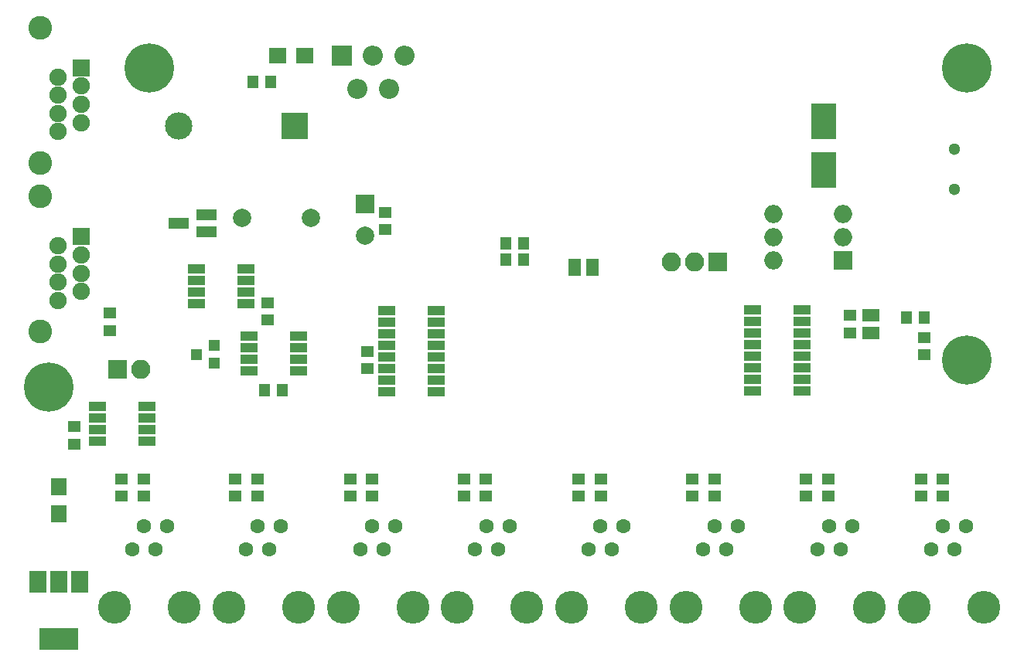
<source format=gbr>
G04 #@! TF.FileFunction,Soldermask,Bot*
%FSLAX46Y46*%
G04 Gerber Fmt 4.6, Leading zero omitted, Abs format (unit mm)*
G04 Created by KiCad (PCBNEW 4.0.7) date Wed Jul  4 11:14:09 2018*
%MOMM*%
%LPD*%
G01*
G04 APERTURE LIST*
%ADD10C,0.100000*%
%ADD11C,1.600000*%
%ADD12C,3.600000*%
%ADD13C,5.400000*%
%ADD14R,1.935000X1.800000*%
%ADD15R,1.800000X1.935000*%
%ADD16R,2.000000X2.000000*%
%ADD17C,2.000000*%
%ADD18R,1.400000X1.245000*%
%ADD19R,1.245000X1.400000*%
%ADD20R,3.000000X3.000000*%
%ADD21O,3.000000X3.000000*%
%ADD22R,1.300000X1.200000*%
%ADD23R,2.700000X3.900000*%
%ADD24R,1.370000X1.900000*%
%ADD25R,1.900000X1.370000*%
%ADD26R,2.100000X2.100000*%
%ADD27O,2.100000X2.100000*%
%ADD28C,1.300000*%
%ADD29R,2.300000X1.200000*%
%ADD30R,4.200000X2.400000*%
%ADD31R,1.900000X2.400000*%
%ADD32R,1.950000X1.000000*%
%ADD33R,1.900000X1.000000*%
%ADD34R,2.200000X2.200000*%
%ADD35O,2.200000X2.200000*%
%ADD36C,2.600000*%
%ADD37R,1.900000X1.900000*%
%ADD38C,1.900000*%
%ADD39O,2.000000X2.000000*%
G04 APERTURE END LIST*
D10*
D11*
X87595000Y-125800000D03*
X88865000Y-123260000D03*
X90135000Y-125800000D03*
X91405000Y-123260000D03*
D12*
X85690000Y-132150000D03*
X93310000Y-132150000D03*
D11*
X75095000Y-125800000D03*
X76365000Y-123260000D03*
X77635000Y-125800000D03*
X78905000Y-123260000D03*
D12*
X73190000Y-132150000D03*
X80810000Y-132150000D03*
D11*
X37595000Y-125800000D03*
X38865000Y-123260000D03*
X40135000Y-125800000D03*
X41405000Y-123260000D03*
D12*
X35690000Y-132150000D03*
X43310000Y-132150000D03*
D11*
X50095000Y-125800000D03*
X51365000Y-123260000D03*
X52635000Y-125800000D03*
X53905000Y-123260000D03*
D12*
X48190000Y-132150000D03*
X55810000Y-132150000D03*
D11*
X62595000Y-125800000D03*
X63865000Y-123260000D03*
X65135000Y-125800000D03*
X66405000Y-123260000D03*
D12*
X60690000Y-132150000D03*
X68310000Y-132150000D03*
D11*
X100095000Y-125800000D03*
X101365000Y-123260000D03*
X102635000Y-125800000D03*
X103905000Y-123260000D03*
D12*
X98190000Y-132150000D03*
X105810000Y-132150000D03*
D11*
X112595000Y-125800000D03*
X113865000Y-123260000D03*
X115135000Y-125800000D03*
X116405000Y-123260000D03*
D12*
X110690000Y-132150000D03*
X118310000Y-132150000D03*
D11*
X125095000Y-125800000D03*
X126365000Y-123260000D03*
X127635000Y-125800000D03*
X128905000Y-123260000D03*
D12*
X123190000Y-132150000D03*
X130810000Y-132150000D03*
D13*
X28500000Y-108000000D03*
X129000000Y-73000000D03*
X129000000Y-105000000D03*
D14*
X56458500Y-71628000D03*
X53523500Y-71628000D03*
D15*
X29591000Y-121863500D03*
X29591000Y-118928500D03*
D16*
X63119000Y-87884000D03*
D17*
X63119000Y-91384000D03*
D18*
X31242000Y-114246500D03*
X31242000Y-112321500D03*
X65278000Y-88826500D03*
X65278000Y-90751500D03*
D19*
X80464500Y-92202000D03*
X78539500Y-92202000D03*
X52778500Y-74549000D03*
X50853500Y-74549000D03*
D20*
X55372000Y-79375000D03*
D21*
X42672000Y-79375000D03*
D22*
X46593000Y-103444000D03*
X46593000Y-105344000D03*
X44593000Y-104394000D03*
D23*
X113284000Y-78834000D03*
X113284000Y-84234000D03*
D24*
X86040000Y-94869000D03*
X87950000Y-94869000D03*
D25*
X118491000Y-100137000D03*
X118491000Y-102047000D03*
D26*
X36000000Y-106000000D03*
D27*
X38540000Y-106000000D03*
D17*
X57150000Y-89408000D03*
X49650000Y-89408000D03*
D26*
X101727000Y-94234000D03*
D27*
X99187000Y-94234000D03*
X96647000Y-94234000D03*
D28*
X127639000Y-86274000D03*
X127639000Y-81874000D03*
D29*
X45696000Y-89093000D03*
X45696000Y-90993000D03*
X42696000Y-90043000D03*
D18*
X124333000Y-104467500D03*
X124333000Y-102542500D03*
D19*
X124279500Y-100330000D03*
X122354500Y-100330000D03*
X52123500Y-108331000D03*
X54048500Y-108331000D03*
D18*
X35179000Y-99875500D03*
X35179000Y-101800500D03*
X36449000Y-119961500D03*
X36449000Y-118036500D03*
X38862000Y-119961500D03*
X38862000Y-118036500D03*
X48895000Y-119961500D03*
X48895000Y-118036500D03*
X51308000Y-119961500D03*
X51308000Y-118036500D03*
X61468000Y-119961500D03*
X61468000Y-118036500D03*
X63881000Y-119961500D03*
X63881000Y-118036500D03*
X73914000Y-119961500D03*
X73914000Y-118036500D03*
X76327000Y-119961500D03*
X76327000Y-118036500D03*
X86487000Y-119961500D03*
X86487000Y-118036500D03*
X88900000Y-119961500D03*
X88900000Y-118036500D03*
X98933000Y-119961500D03*
X98933000Y-118036500D03*
X101346000Y-119961500D03*
X101346000Y-118036500D03*
X111379000Y-119961500D03*
X111379000Y-118036500D03*
X113792000Y-119961500D03*
X113792000Y-118036500D03*
X123952000Y-119961500D03*
X123952000Y-118036500D03*
X126365000Y-119961500D03*
X126365000Y-118036500D03*
X52451000Y-98732500D03*
X52451000Y-100657500D03*
X63373000Y-105991500D03*
X63373000Y-104066500D03*
X116205000Y-102054500D03*
X116205000Y-100129500D03*
D19*
X80464500Y-93980000D03*
X78539500Y-93980000D03*
D30*
X29591000Y-135611000D03*
D31*
X29591000Y-129311000D03*
X31891000Y-129311000D03*
X27291000Y-129311000D03*
D32*
X55786000Y-102362000D03*
X55786000Y-103632000D03*
X55786000Y-104902000D03*
X55786000Y-106172000D03*
X50386000Y-106172000D03*
X50386000Y-104902000D03*
X50386000Y-103632000D03*
X50386000Y-102362000D03*
D33*
X65499000Y-108458000D03*
X65499000Y-107188000D03*
X65499000Y-105918000D03*
X65499000Y-104648000D03*
X65499000Y-103378000D03*
X65499000Y-102108000D03*
X65499000Y-100838000D03*
X65499000Y-99568000D03*
X70899000Y-99568000D03*
X70899000Y-100838000D03*
X70899000Y-102108000D03*
X70899000Y-103378000D03*
X70899000Y-104648000D03*
X70899000Y-105918000D03*
X70899000Y-107188000D03*
X70899000Y-108458000D03*
X110950000Y-99555000D03*
X110950000Y-100825000D03*
X110950000Y-102095000D03*
X110950000Y-103365000D03*
X110950000Y-104635000D03*
X110950000Y-105905000D03*
X110950000Y-107175000D03*
X110950000Y-108445000D03*
X105550000Y-108445000D03*
X105550000Y-107175000D03*
X105550000Y-105905000D03*
X105550000Y-104635000D03*
X105550000Y-103365000D03*
X105550000Y-102095000D03*
X105550000Y-100825000D03*
X105550000Y-99555000D03*
D32*
X33800000Y-113905000D03*
X33800000Y-112635000D03*
X33800000Y-111365000D03*
X33800000Y-110095000D03*
X39200000Y-110095000D03*
X39200000Y-111365000D03*
X39200000Y-112635000D03*
X39200000Y-113905000D03*
X44671000Y-98806000D03*
X44671000Y-97536000D03*
X44671000Y-96266000D03*
X44671000Y-94996000D03*
X50071000Y-94996000D03*
X50071000Y-96266000D03*
X50071000Y-97536000D03*
X50071000Y-98806000D03*
D34*
X60579000Y-71628000D03*
D35*
X62279000Y-75328000D03*
X63979000Y-71628000D03*
X65679000Y-75328000D03*
X67379000Y-71628000D03*
D36*
X27500000Y-83400000D03*
X27500000Y-68600000D03*
D37*
X32000000Y-73000000D03*
D38*
X29500000Y-74000000D03*
X32000000Y-75000000D03*
X29500000Y-76000000D03*
X32000000Y-77000000D03*
X29500000Y-78000000D03*
X32000000Y-79000000D03*
X29500000Y-80000000D03*
D36*
X27500000Y-101900000D03*
X27500000Y-87100000D03*
D37*
X32000000Y-91500000D03*
D38*
X29500000Y-92500000D03*
X32000000Y-93500000D03*
X29500000Y-94500000D03*
X32000000Y-95500000D03*
X29500000Y-96500000D03*
X32000000Y-97500000D03*
X29500000Y-98500000D03*
D13*
X39500000Y-73000000D03*
D16*
X115443000Y-94107000D03*
D39*
X107823000Y-89027000D03*
X115443000Y-91567000D03*
X107823000Y-91567000D03*
X115443000Y-89027000D03*
X107823000Y-94107000D03*
M02*

</source>
